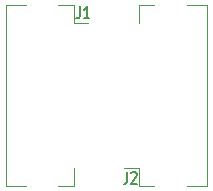
<source format=gbr>
%TF.GenerationSoftware,KiCad,Pcbnew,7.0.2*%
%TF.CreationDate,2023-08-17T13:15:17-07:00*%
%TF.ProjectId,Fpc24Coupler,46706332-3443-46f7-9570-6c65722e6b69,rev?*%
%TF.SameCoordinates,Original*%
%TF.FileFunction,Legend,Top*%
%TF.FilePolarity,Positive*%
%FSLAX46Y46*%
G04 Gerber Fmt 4.6, Leading zero omitted, Abs format (unit mm)*
G04 Created by KiCad (PCBNEW 7.0.2) date 2023-08-17 13:15:17*
%MOMM*%
%LPD*%
G01*
G04 APERTURE LIST*
%ADD10C,0.150000*%
%ADD11C,0.120000*%
G04 APERTURE END LIST*
D10*
%TO.C,*%
%TO.C,J2*%
X156233333Y-106462619D02*
X156233333Y-107176904D01*
X156233333Y-107176904D02*
X156195238Y-107319761D01*
X156195238Y-107319761D02*
X156119047Y-107415000D01*
X156119047Y-107415000D02*
X156004762Y-107462619D01*
X156004762Y-107462619D02*
X155928571Y-107462619D01*
X156576190Y-106557857D02*
X156614286Y-106510238D01*
X156614286Y-106510238D02*
X156690476Y-106462619D01*
X156690476Y-106462619D02*
X156880952Y-106462619D01*
X156880952Y-106462619D02*
X156957143Y-106510238D01*
X156957143Y-106510238D02*
X156995238Y-106557857D01*
X156995238Y-106557857D02*
X157033333Y-106653095D01*
X157033333Y-106653095D02*
X157033333Y-106748333D01*
X157033333Y-106748333D02*
X156995238Y-106891190D01*
X156995238Y-106891190D02*
X156538095Y-107462619D01*
X156538095Y-107462619D02*
X157033333Y-107462619D01*
%TO.C,J1*%
X152233333Y-92462619D02*
X152233333Y-93176904D01*
X152233333Y-93176904D02*
X152195238Y-93319761D01*
X152195238Y-93319761D02*
X152119047Y-93415000D01*
X152119047Y-93415000D02*
X152004762Y-93462619D01*
X152004762Y-93462619D02*
X151928571Y-93462619D01*
X153033333Y-93462619D02*
X152576190Y-93462619D01*
X152804762Y-93462619D02*
X152804762Y-92462619D01*
X152804762Y-92462619D02*
X152728571Y-92605476D01*
X152728571Y-92605476D02*
X152652381Y-92700714D01*
X152652381Y-92700714D02*
X152576190Y-92748333D01*
D11*
%TO.C,J2*%
X161260000Y-107650000D02*
X163000000Y-107650000D01*
X157200000Y-106160000D02*
X156000000Y-106160000D01*
X163000000Y-92350000D02*
X161260000Y-92350000D01*
X157200000Y-93840000D02*
X157200000Y-92350000D01*
X157200000Y-106160000D02*
X157200000Y-107650000D01*
X163000000Y-107650000D02*
X163000000Y-92350000D01*
X157200000Y-107650000D02*
X158540000Y-107650000D01*
X157200000Y-92350000D02*
X158540000Y-92350000D01*
%TO.C,J1*%
X151750000Y-106160000D02*
X151750000Y-107650000D01*
X145950000Y-92350000D02*
X145950000Y-107650000D01*
X145950000Y-107650000D02*
X147690000Y-107650000D01*
X147690000Y-92350000D02*
X145950000Y-92350000D01*
X151750000Y-93840000D02*
X152950000Y-93840000D01*
X151750000Y-93840000D02*
X151750000Y-92350000D01*
X151750000Y-92350000D02*
X150410000Y-92350000D01*
X151750000Y-107650000D02*
X150410000Y-107650000D01*
%TD*%
M02*

</source>
